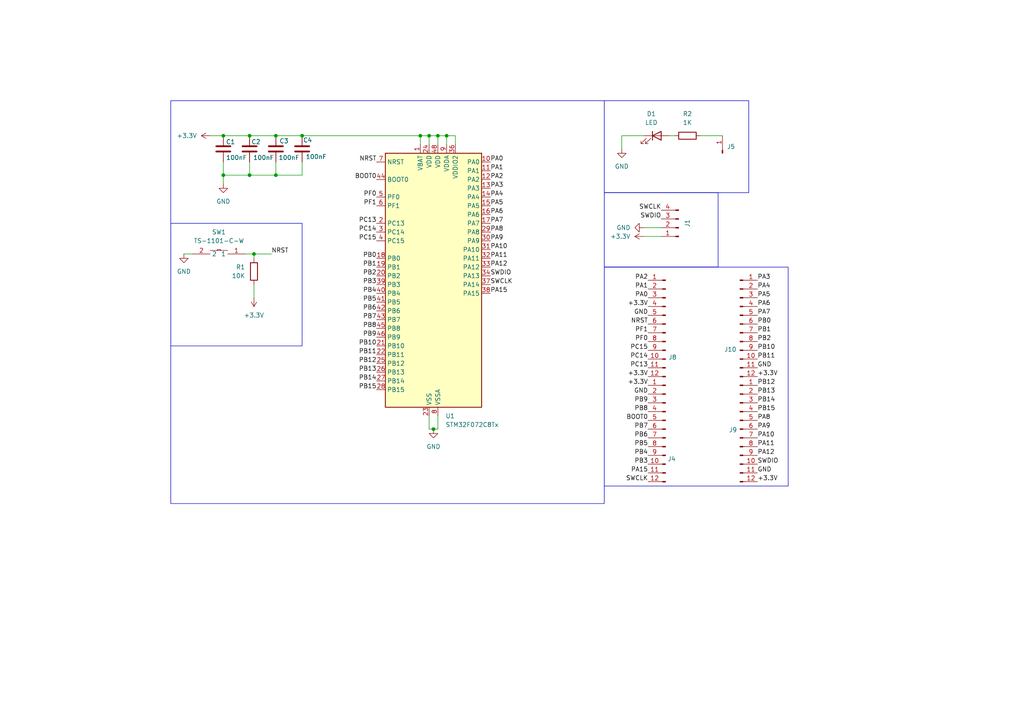
<source format=kicad_sch>
(kicad_sch (version 20231120) (generator "eeschema") (generator_version "8.0")
  (paper "A4")
  (lib_symbols
    (symbol "Connector:Conn_01x01_Pin" (pin_names (offset 1.016) hide)
      (property "Reference" "J" (at 0 2.54 0))
      (property "Value" "Conn_01x01_Pin" (at 0 -2.54 0))
      (symbol "Conn_01x01_Pin_1_1"
        (polyline (pts (xy 1.27 0) (xy 0.8636 0)) (stroke (width 0.1524)))
        (rectangle (start 0.8636 0.127) (end 0 -0.127) (stroke (width 0.1524)) (fill (type outline)))
        (pin passive line (at 5.08 0 180) (length 3.81) (name "Pin_1") (number "1"))
      )
    )
    (symbol "Connector:Conn_01x04_Pin" (pin_names (offset 1.016) hide)
      (property "Reference" "J" (at 0 5.08 0))
      (property "Value" "Conn_01x04_Pin" (at 0 -7.62 0))
      (symbol "Conn_01x04_Pin_1_1"
        (polyline (pts (xy 1.27 -5.08) (xy 0.8636 -5.08)) (stroke (width 0.1524)))
        (polyline (pts (xy 1.27 -2.54) (xy 0.8636 -2.54)) (stroke (width 0.1524)))
        (polyline (pts (xy 1.27 0) (xy 0.8636 0)) (stroke (width 0.1524)))
        (polyline (pts (xy 1.27 2.54) (xy 0.8636 2.54)) (stroke (width 0.1524)))
        (rectangle (start 0.8636 -4.953) (end 0 -5.207) (stroke (width 0.1524)) (fill (type outline)))
        (rectangle (start 0.8636 -2.413) (end 0 -2.667) (stroke (width 0.1524)) (fill (type outline)))
        (rectangle (start 0.8636 0.127) (end 0 -0.127) (stroke (width 0.1524)) (fill (type outline)))
        (rectangle (start 0.8636 2.667) (end 0 2.413) (stroke (width 0.1524)) (fill (type outline)))
        (pin passive line (at 5.08 2.54 180) (length 3.81) (name "Pin_1") (number "1"))
        (pin passive line (at 5.08 0 180) (length 3.81) (name "Pin_2") (number "2"))
        (pin passive line (at 5.08 -2.54 180) (length 3.81) (name "Pin_3") (number "3"))
        (pin passive line (at 5.08 -5.08 180) (length 3.81) (name "Pin_4") (number "4"))
      )
    )
    (symbol "Connector:Conn_01x12_Pin" (pin_names (offset 1.016) hide)
      (property "Reference" "J" (at 0 15.24 0))
      (property "Value" "Conn_01x12_Pin" (at 0 -17.78 0))
      (symbol "Conn_01x12_Pin_1_1"
        (polyline (pts (xy 1.27 -15.24) (xy 0.8636 -15.24)) (stroke (width 0.1524)))
        (polyline (pts (xy 1.27 -12.7) (xy 0.8636 -12.7)) (stroke (width 0.1524)))
        (polyline (pts (xy 1.27 -10.16) (xy 0.8636 -10.16)) (stroke (width 0.1524)))
        (polyline (pts (xy 1.27 -7.62) (xy 0.8636 -7.62)) (stroke (width 0.1524)))
        (polyline (pts (xy 1.27 -5.08) (xy 0.8636 -5.08)) (stroke (width 0.1524)))
        (polyline (pts (xy 1.27 -2.54) (xy 0.8636 -2.54)) (stroke (width 0.1524)))
        (polyline (pts (xy 1.27 0) (xy 0.8636 0)) (stroke (width 0.1524)))
        (polyline (pts (xy 1.27 2.54) (xy 0.8636 2.54)) (stroke (width 0.1524)))
        (polyline (pts (xy 1.27 5.08) (xy 0.8636 5.08)) (stroke (width 0.1524)))
        (polyline (pts (xy 1.27 7.62) (xy 0.8636 7.62)) (stroke (width 0.1524)))
        (polyline (pts (xy 1.27 10.16) (xy 0.8636 10.16)) (stroke (width 0.1524)))
        (polyline (pts (xy 1.27 12.7) (xy 0.8636 12.7)) (stroke (width 0.1524)))
        (rectangle (start 0.8636 -15.113) (end 0 -15.367) (stroke (width 0.1524)) (fill (type outline)))
        (rectangle (start 0.8636 -12.573) (end 0 -12.827) (stroke (width 0.1524)) (fill (type outline)))
        (rectangle (start 0.8636 -10.033) (end 0 -10.287) (stroke (width 0.1524)) (fill (type outline)))
        (rectangle (start 0.8636 -7.493) (end 0 -7.747) (stroke (width 0.1524)) (fill (type outline)))
        (rectangle (start 0.8636 -4.953) (end 0 -5.207) (stroke (width 0.1524)) (fill (type outline)))
        (rectangle (start 0.8636 -2.413) (end 0 -2.667) (stroke (width 0.1524)) (fill (type outline)))
        (rectangle (start 0.8636 0.127) (end 0 -0.127) (stroke (width 0.1524)) (fill (type outline)))
        (rectangle (start 0.8636 2.667) (end 0 2.413) (stroke (width 0.1524)) (fill (type outline)))
        (rectangle (start 0.8636 5.207) (end 0 4.953) (stroke (width 0.1524)) (fill (type outline)))
        (rectangle (start 0.8636 7.747) (end 0 7.493) (stroke (width 0.1524)) (fill (type outline)))
        (rectangle (start 0.8636 10.287) (end 0 10.033) (stroke (width 0.1524)) (fill (type outline)))
        (rectangle (start 0.8636 12.827) (end 0 12.573) (stroke (width 0.1524)) (fill (type outline)))
        (pin passive line (at 5.08 12.7 180) (length 3.81) (name "Pin_1") (number "1"))
        (pin passive line (at 5.08 -10.16 180) (length 3.81) (name "Pin_10") (number "10"))
        (pin passive line (at 5.08 -12.7 180) (length 3.81) (name "Pin_11") (number "11"))
        (pin passive line (at 5.08 -15.24 180) (length 3.81) (name "Pin_12") (number "12"))
        (pin passive line (at 5.08 10.16 180) (length 3.81) (name "Pin_2") (number "2"))
        (pin passive line (at 5.08 7.62 180) (length 3.81) (name "Pin_3") (number "3"))
        (pin passive line (at 5.08 5.08 180) (length 3.81) (name "Pin_4") (number "4"))
        (pin passive line (at 5.08 2.54 180) (length 3.81) (name "Pin_5") (number "5"))
        (pin passive line (at 5.08 0 180) (length 3.81) (name "Pin_6") (number "6"))
        (pin passive line (at 5.08 -2.54 180) (length 3.81) (name "Pin_7") (number "7"))
        (pin passive line (at 5.08 -5.08 180) (length 3.81) (name "Pin_8") (number "8"))
        (pin passive line (at 5.08 -7.62 180) (length 3.81) (name "Pin_9") (number "9"))
      )
    )
    (symbol "Device:C" (pin_numbers hide) (pin_names (offset 0.254))
      (property "Reference" "C" (at 0.635 2.54 0))
      (property "Value" "C" (at 0.635 -2.54 0))
      (symbol "C_0_1"
        (polyline (pts (xy -2.032 -0.762) (xy 2.032 -0.762)) (stroke (width 0.508)))
        (polyline (pts (xy -2.032 0.762) (xy 2.032 0.762)) (stroke (width 0.508)))
      )
      (symbol "C_1_1"
        (pin passive line (at 0 3.81 270) (length 2.794) (name "~") (number "1"))
        (pin passive line (at 0 -3.81 90) (length 2.794) (name "~") (number "2"))
      )
    )
    (symbol "Device:LED" (pin_numbers hide) (pin_names (offset 1.016) hide)
      (property "Reference" "D" (at 0 2.54 0))
      (property "Value" "LED" (at 0 -2.54 0))
      (symbol "LED_0_1"
        (polyline (pts (xy -1.27 -1.27) (xy -1.27 1.27)) (stroke (width 0.254)))
        (polyline (pts (xy -1.27 0) (xy 1.27 0)))
        (polyline (pts (xy 1.27 -1.27) (xy 1.27 1.27) (xy -1.27 0) (xy 1.27 -1.27)) (stroke (width 0.254)))
        (polyline (pts (xy -3.048 -0.762) (xy -4.572 -2.286) (xy -3.81 -2.286) (xy -4.572 -2.286) (xy -4.572 -1.524)))
        (polyline (pts (xy -1.778 -0.762) (xy -3.302 -2.286) (xy -2.54 -2.286) (xy -3.302 -2.286) (xy -3.302 -1.524)))
      )
      (symbol "LED_1_1"
        (pin passive line (at -3.81 0 0) (length 2.54) (name "K") (number "1"))
        (pin passive line (at 3.81 0 180) (length 2.54) (name "A") (number "2"))
      )
    )
    (symbol "Device:R" (pin_numbers hide) (pin_names (offset 0))
      (property "Reference" "R" (at 2.032 0 90))
      (property "Value" "R" (at 0 0 90))
      (symbol "R_0_1"
        (rectangle (start -1.016 -2.54) (end 1.016 2.54) (stroke (width 0.254)))
      )
      (symbol "R_1_1"
        (pin passive line (at 0 3.81 270) (length 1.27) (name "~") (number "1"))
        (pin passive line (at 0 -3.81 90) (length 1.27) (name "~") (number "2"))
      )
    )
    (symbol "MCU_ST_STM32F0:STM32F072C8Tx"
      (property "Reference" "U" (at -12.7 39.37 0))
      (property "Value" "STM32F072C8Tx" (at 10.16 39.37 0))
      (symbol "STM32F072C8Tx_0_1"
        (rectangle (start -12.7 -35.56) (end 15.24 38.1) (stroke (width 0.254)) (fill (type background)))
      )
      (symbol "STM32F072C8Tx_1_1"
        (pin power_in line (at -2.54 40.64 270) (length 2.54) (name "VBAT") (number "1"))
        (pin bidirectional line (at 17.78 35.56 180) (length 2.54) (name "PA0") (number "10"))
        (pin bidirectional line (at 17.78 33.02 180) (length 2.54) (name "PA1") (number "11"))
        (pin bidirectional line (at 17.78 30.48 180) (length 2.54) (name "PA2") (number "12"))
        (pin bidirectional line (at 17.78 27.94 180) (length 2.54) (name "PA3") (number "13"))
        (pin bidirectional line (at 17.78 25.4 180) (length 2.54) (name "PA4") (number "14"))
        (pin bidirectional line (at 17.78 22.86 180) (length 2.54) (name "PA5") (number "15"))
        (pin bidirectional line (at 17.78 20.32 180) (length 2.54) (name "PA6") (number "16"))
        (pin bidirectional line (at 17.78 17.78 180) (length 2.54) (name "PA7") (number "17"))
        (pin bidirectional line (at -15.24 7.62 0) (length 2.54) (name "PB0") (number "18"))
        (pin bidirectional line (at -15.24 5.08 0) (length 2.54) (name "PB1") (number "19"))
        (pin bidirectional line (at -15.24 17.78 0) (length 2.54) (name "PC13") (number "2"))
        (pin bidirectional line (at -15.24 2.54 0) (length 2.54) (name "PB2") (number "20"))
        (pin bidirectional line (at -15.24 -17.78 0) (length 2.54) (name "PB10") (number "21"))
        (pin bidirectional line (at -15.24 -20.32 0) (length 2.54) (name "PB11") (number "22"))
        (pin power_in line (at 0 -38.1 90) (length 2.54) (name "VSS") (number "23"))
        (pin power_in line (at 0 40.64 270) (length 2.54) (name "VDD") (number "24"))
        (pin bidirectional line (at -15.24 -22.86 0) (length 2.54) (name "PB12") (number "25"))
        (pin bidirectional line (at -15.24 -25.4 0) (length 2.54) (name "PB13") (number "26"))
        (pin bidirectional line (at -15.24 -27.94 0) (length 2.54) (name "PB14") (number "27"))
        (pin bidirectional line (at -15.24 -30.48 0) (length 2.54) (name "PB15") (number "28"))
        (pin bidirectional line (at 17.78 15.24 180) (length 2.54) (name "PA8") (number "29"))
        (pin bidirectional line (at -15.24 15.24 0) (length 2.54) (name "PC14") (number "3"))
        (pin bidirectional line (at 17.78 12.7 180) (length 2.54) (name "PA9") (number "30"))
        (pin bidirectional line (at 17.78 10.16 180) (length 2.54) (name "PA10") (number "31"))
        (pin bidirectional line (at 17.78 7.62 180) (length 2.54) (name "PA11") (number "32"))
        (pin bidirectional line (at 17.78 5.08 180) (length 2.54) (name "PA12") (number "33"))
        (pin bidirectional line (at 17.78 2.54 180) (length 2.54) (name "PA13") (number "34"))
        (pin passive line (at 0 -38.1 90) (length 2.54) hide (name "VSS") (number "35"))
        (pin power_in line (at 7.62 40.64 270) (length 2.54) (name "VDDIO2") (number "36"))
        (pin bidirectional line (at 17.78 0 180) (length 2.54) (name "PA14") (number "37"))
        (pin bidirectional line (at 17.78 -2.54 180) (length 2.54) (name "PA15") (number "38"))
        (pin bidirectional line (at -15.24 0 0) (length 2.54) (name "PB3") (number "39"))
        (pin bidirectional line (at -15.24 12.7 0) (length 2.54) (name "PC15") (number "4"))
        (pin bidirectional line (at -15.24 -2.54 0) (length 2.54) (name "PB4") (number "40"))
        (pin bidirectional line (at -15.24 -5.08 0) (length 2.54) (name "PB5") (number "41"))
        (pin bidirectional line (at -15.24 -7.62 0) (length 2.54) (name "PB6") (number "42"))
        (pin bidirectional line (at -15.24 -10.16 0) (length 2.54) (name "PB7") (number "43"))
        (pin input line (at -15.24 30.48 0) (length 2.54) (name "BOOT0") (number "44"))
        (pin bidirectional line (at -15.24 -12.7 0) (length 2.54) (name "PB8") (number "45"))
        (pin bidirectional line (at -15.24 -15.24 0) (length 2.54) (name "PB9") (number "46"))
        (pin passive line (at 0 -38.1 90) (length 2.54) hide (name "VSS") (number "47"))
        (pin power_in line (at 2.54 40.64 270) (length 2.54) (name "VDD") (number "48"))
        (pin bidirectional line (at -15.24 25.4 0) (length 2.54) (name "PF0") (number "5"))
        (pin bidirectional line (at -15.24 22.86 0) (length 2.54) (name "PF1") (number "6"))
        (pin input line (at -15.24 35.56 0) (length 2.54) (name "NRST") (number "7"))
        (pin power_in line (at 2.54 -38.1 90) (length 2.54) (name "VSSA") (number "8"))
        (pin power_in line (at 5.08 40.64 270) (length 2.54) (name "VDDA") (number "9"))
      )
    )
    (symbol "easyeda2kicad:TS-1101-C-W"
      (property "Reference" "SW" (at 0 5.08 0))
      (property "Value" "TS-1101-C-W" (at 0 -5.08 0))
      (symbol "TS-1101-C-W_0_1"
        (polyline (pts (xy -2.54 1.02) (xy 2.54 1.02)))
        (polyline (pts (xy -0.51 1.02) (xy -0.51 1.27) (xy 0.51 1.27) (xy 0.51 1.02)))
        (pin unspecified line (at -7.62 0 0) (length 5.08) (name "1") (number "1"))
        (pin unspecified line (at 7.62 0 180) (length 5.08) (name "2") (number "2"))
      )
    )
    (symbol "power:+3.3V" (power) (pin_names (offset 0))
      (property "Value" "+3.3V" (at 0 3.556 0))
      (symbol "+3.3V_0_1"
        (polyline (pts (xy -0.762 1.27) (xy 0 2.54)))
        (polyline (pts (xy 0 0) (xy 0 2.54)))
        (polyline (pts (xy 0 2.54) (xy 0.762 1.27)))
      )
      (symbol "+3.3V_1_1"
        (pin power_in line (at 0 0 90) (length 0) hide (name "+3.3V") (number "1"))
      )
    )
    (symbol "power:GND" (power) (pin_names (offset 0))
      (property "Value" "GND" (at 0 -3.81 0))
      (symbol "GND_0_1"
        (polyline (pts (xy 0 0) (xy 0 -1.27) (xy 1.27 -1.27) (xy 0 -2.54) (xy -1.27 -1.27) (xy 0 -1.27)))
      )
      (symbol "GND_1_1"
        (pin power_in line (at 0 0 270) (length 0) hide (name "GND") (number "1"))
      )
    )
  )
  (junction (at 72.39 50.8))
  (junction (at 124.46 39.37))
  (junction (at 127 39.37))
  (junction (at 73.66 73.66))
  (junction (at 125.73 124.46))
  (junction (at 64.77 50.8))
  (junction (at 80.01 39.37))
  (junction (at 129.54 39.37))
  (junction (at 87.63 39.37))
  (junction (at 121.92 39.37))
  (junction (at 72.39 39.37))
  (junction (at 80.01 50.8))
  (junction (at 64.77 39.37))
  (wire (pts (xy 186.69 66.04) (xy 191.77 66.04)))
  (wire (pts (xy 64.77 50.8) (xy 64.77 53.34)))
  (wire (pts (xy 72.39 50.8) (xy 80.01 50.8)))
  (wire (pts (xy 73.66 73.66) (xy 71.12 73.66)))
  (wire (pts (xy 124.46 120.65) (xy 124.46 124.46)))
  (wire (pts (xy 64.77 46.99) (xy 64.77 50.8)))
  (wire (pts (xy 73.66 73.66) (xy 78.74 73.66)))
  (wire (pts (xy 64.77 39.37) (xy 72.39 39.37)))
  (wire (pts (xy 73.66 82.55) (xy 73.66 86.36)))
  (wire (pts (xy 203.2 39.37) (xy 209.55 39.37)))
  (wire (pts (xy 72.39 39.37) (xy 80.01 39.37)))
  (wire (pts (xy 80.01 50.8) (xy 87.63 50.8)))
  (wire (pts (xy 186.69 39.37) (xy 180.34 39.37)))
  (wire (pts (xy 60.96 39.37) (xy 64.77 39.37)))
  (wire (pts (xy 121.92 39.37) (xy 124.46 39.37)))
  (wire (pts (xy 132.08 39.37) (xy 132.08 41.91)))
  (wire (pts (xy 124.46 124.46) (xy 125.73 124.46)))
  (wire (pts (xy 72.39 46.99) (xy 72.39 50.8)))
  (wire (pts (xy 186.69 68.58) (xy 191.77 68.58)))
  (wire (pts (xy 129.54 39.37) (xy 132.08 39.37)))
  (wire (pts (xy 127 39.37) (xy 127 41.91)))
  (wire (pts (xy 129.54 39.37) (xy 129.54 41.91)))
  (wire (pts (xy 124.46 39.37) (xy 127 39.37)))
  (wire (pts (xy 127 120.65) (xy 127 124.46)))
  (wire (pts (xy 80.01 39.37) (xy 87.63 39.37)))
  (wire (pts (xy 127 124.46) (xy 125.73 124.46)))
  (wire (pts (xy 180.34 39.37) (xy 180.34 43.18)))
  (wire (pts (xy 127 39.37) (xy 129.54 39.37)))
  (wire (pts (xy 121.92 39.37) (xy 121.92 41.91)))
  (wire (pts (xy 87.63 39.37) (xy 121.92 39.37)))
  (wire (pts (xy 194.31 39.37) (xy 195.58 39.37)))
  (wire (pts (xy 55.88 73.66) (xy 53.34 73.66)))
  (wire (pts (xy 87.63 46.99) (xy 87.63 50.8)))
  (wire (pts (xy 124.46 39.37) (xy 124.46 41.91)))
  (wire (pts (xy 80.01 46.99) (xy 80.01 50.8)))
  (wire (pts (xy 64.77 50.8) (xy 72.39 50.8)))
  (wire (pts (xy 73.66 73.66) (xy 73.66 74.93)))
  (rectangle (start 175.26 29.21) (end 217.17 55.88))
  (rectangle (start 49.53 64.77) (end 87.63 100.33))
  (rectangle (start 175.26 77.47) (end 228.6 140.97))
  (rectangle (start 49.53 29.21) (end 175.26 146.05))
  (rectangle (start 175.26 55.88) (end 208.28 77.47))
  (label "PA1" (at 187.96 83.82 180))
  (label "PB7" (at 187.96 124.46 180))
  (label "PA2" (at 142.24 52.07 0))
  (label "PB3" (at 109.22 82.55 180))
  (label "PB4" (at 109.22 85.09 180))
  (label "PA3" (at 142.24 54.61 0))
  (label "PB1" (at 219.71 96.52 0))
  (label "PB13" (at 109.22 107.95 180))
  (label "PC13" (at 187.96 106.68 180))
  (label "PA12" (at 219.71 132.08 0))
  (label "PB13" (at 219.71 114.3 0))
  (label "+3.3V" (at 219.71 109.22 0))
  (label "PB14" (at 219.71 116.84 0))
  (label "SWCLK" (at 191.77 60.96 180))
  (label "PB0" (at 219.71 93.98 0))
  (label "PC14" (at 187.96 104.14 180))
  (label "PB15" (at 219.71 119.38 0))
  (label "PA5" (at 142.24 59.69 0))
  (label "PA6" (at 142.24 62.23 0))
  (label "PB12" (at 219.71 111.76 0))
  (label "PB5" (at 109.22 87.63 180))
  (label "+3.3V" (at 187.96 88.9 180))
  (label "PB8" (at 187.96 119.38 180))
  (label "PA10" (at 142.24 72.39 0))
  (label "PB6" (at 109.22 90.17 180))
  (label "PA8" (at 219.71 121.92 0))
  (label "PA12" (at 142.24 77.47 0))
  (label "SWDIO" (at 219.71 134.62 0))
  (label "PA4" (at 142.24 57.15 0))
  (label "PB15" (at 109.22 113.03 180))
  (label "NRST" (at 78.74 73.66 0))
  (label "PC13" (at 109.22 64.77 180))
  (label "PB8" (at 109.22 95.25 180))
  (label "PB0" (at 109.22 74.93 180))
  (label "PA15" (at 187.96 137.16 180))
  (label "PA9" (at 142.24 69.85 0))
  (label "PA0" (at 142.24 46.99 0))
  (label "PB5" (at 187.96 129.54 180))
  (label "PF1" (at 187.96 96.52 180))
  (label "PB6" (at 187.96 127 180))
  (label "PA7" (at 219.71 91.44 0))
  (label "PC15" (at 187.96 101.6 180))
  (label "SWDIO" (at 142.24 80.01 0))
  (label "GND" (at 219.71 106.68 0))
  (label "PF1" (at 109.22 59.69 180))
  (label "BOOT0" (at 109.22 52.07 180))
  (label "SWCLK" (at 142.24 82.55 0))
  (label "PA6" (at 219.71 88.9 0))
  (label "PA2" (at 187.96 81.28 180))
  (label "PB9" (at 109.22 97.79 180))
  (label "PF0" (at 187.96 99.06 180))
  (label "PA5" (at 219.71 86.36 0))
  (label "PA15" (at 142.24 85.09 0))
  (label "PB10" (at 219.71 101.6 0))
  (label "NRST" (at 109.22 46.99 180))
  (label "PB10" (at 109.22 100.33 180))
  (label "PC15" (at 109.22 69.85 180))
  (label "PB7" (at 109.22 92.71 180))
  (label "PA9" (at 219.71 124.46 0))
  (label "PC14" (at 109.22 67.31 180))
  (label "PA0" (at 187.96 86.36 180))
  (label "PA11" (at 219.71 129.54 0))
  (label "SWCLK" (at 187.96 139.7 180))
  (label "GND" (at 187.96 114.3 180))
  (label "+3.3V" (at 187.96 109.22 180))
  (label "NRST" (at 187.96 93.98 180))
  (label "PB14" (at 109.22 110.49 180))
  (label "PF0" (at 109.22 57.15 180))
  (label "PB12" (at 109.22 105.41 180))
  (label "PB2" (at 219.71 99.06 0))
  (label "PA8" (at 142.24 67.31 0))
  (label "GND" (at 187.96 91.44 180))
  (label "PA3" (at 219.71 81.28 0))
  (label "PB3" (at 187.96 134.62 180))
  (label "+3.3V" (at 187.96 111.76 180))
  (label "PB9" (at 187.96 116.84 180))
  (label "BOOT0" (at 187.96 121.92 180))
  (label "GND" (at 219.71 137.16 0))
  (label "PB2" (at 109.22 80.01 180))
  (label "PB4" (at 187.96 132.08 180))
  (label "PA7" (at 142.24 64.77 0))
  (label "PA10" (at 219.71 127 0))
  (label "PB11" (at 219.71 104.14 0))
  (label "PA4" (at 219.71 83.82 0))
  (label "PB1" (at 109.22 77.47 180))
  (label "PA11" (at 142.24 74.93 0))
  (label "PB11" (at 109.22 102.87 180))
  (label "SWDIO" (at 191.77 63.5 180))
  (label "PA1" (at 142.24 49.53 0))
  (label "+3.3V" (at 219.71 139.7 0))
  (symbol (lib_id "Device:C") (at 64.77 43.18 0) (unit 1)
    (property "Reference" "C1" (at 65.532 41.148 0) (effects (justify left)))
    (property "Value" "100nF" (at 65.532 45.72 0) (effects (justify left)))
    (property "Footprint" "Capacitor_SMD:C_0805_2012Metric" (effects (hide yes)))
    (property "Description" "Unpolarized capacitor" (effects (hide yes)))
  )
  (symbol (lib_id "power:GND") (at 64.77 53.34 0) (unit 1)
    (property "Reference" "#PWR04" (effects (hide yes)))
    (property "Value" "GND" (at 64.77 58.42 0))
    (property "Description" "Power symbol creates a global label with name \"GND\" , ground" (effects (hide yes)))
  )
  (symbol (lib_id "easyeda2kicad:TS-1101-C-W") (at 63.5 73.66 0) (mirror y) (unit 1)
    (property "Reference" "SW1" (at 63.5 67.31 0))
    (property "Value" "TS-1101-C-W" (at 63.5 69.85 0))
    (property "Footprint" "easyeda2kicad:SW-SMD_L6.0-W3.3-LS8.0" (effects (hide yes)))
    (property "LCSC Part" "C318938" (effects (hide yes)))
  )
  (symbol (lib_id "MCU_ST_STM32F0:STM32F072C8Tx") (at 124.46 82.55 0) (unit 1)
    (property "Reference" "U1" (at 129.1941 120.65 0) (effects (justify left)))
    (property "Value" "STM32F072C8Tx" (at 129.1941 123.19 0) (effects (justify left)))
    (property "Footprint" "Package_QFP:LQFP-48_7x7mm_P0.5mm" (effects (hide yes)))
    (property "Datasheet" "https://www.st.com/resource/en/datasheet/stm32f072c8.pdf" (effects (hide yes)))
    (property "Description" "STMicroelectronics Arm Cortex-M0 MCU, 64KB flash, 16KB RAM, 48 MHz, 2.0-3.6V, 37 GPIO, LQFP48" (effects (hide yes)))
  )
  (symbol (lib_id "Connector:Conn_01x01_Pin") (at 209.55 44.45 90) (unit 1)
    (property "Reference" "J5" (at 210.82 42.5449 90) (effects (justify right)))
    (property "Value" "Conn_01x01_Pin" (effects (hide yes)))
    (property "Footprint" "Connector_PinHeader_2.54mm:PinHeader_1x01_P2.54mm_Vertical" (effects (hide yes)))
    (property "Description" "Generic connector, single row, 01x01, script generated" (effects (hide yes)))
  )
  (symbol (lib_id "power:GND") (at 53.34 73.66 0) (mirror y) (unit 1)
    (property "Reference" "#PWR06" (effects (hide yes)))
    (property "Value" "GND" (at 53.34 78.74 0))
    (property "Description" "Power symbol creates a global label with name \"GND\" , ground" (effects (hide yes)))
  )
  (symbol (lib_id "power:+3.3V") (at 186.69 68.58 90) (unit 1)
    (property "Reference" "#PWR02" (effects (hide yes)))
    (property "Value" "+3.3V" (at 182.88 68.5799 90) (effects (justify left)))
    (property "Description" "Power symbol creates a global label with name \"+3.3V\"" (effects (hide yes)))
  )
  (symbol (lib_id "Device:R") (at 73.66 78.74 0) (mirror y) (unit 1)
    (property "Reference" "R1" (at 71.12 77.4699 0) (effects (justify left)))
    (property "Value" "10K" (at 71.12 80.0099 0) (effects (justify left)))
    (property "Footprint" "Resistor_SMD:R_0603_1608Metric" (effects (hide yes)))
    (property "Description" "Resistor" (effects (hide yes)))
  )
  (symbol (lib_id "Device:LED") (at 190.5 39.37 0) (unit 1)
    (property "Reference" "D1" (at 188.9125 33.02 0))
    (property "Value" "LED" (at 188.9125 35.56 0))
    (property "Footprint" "LED_SMD:LED_0603_1608Metric" (effects (hide yes)))
    (property "Description" "Light emitting diode" (effects (hide yes)))
  )
  (symbol (lib_id "Device:C") (at 87.63 43.18 0) (unit 1)
    (property "Reference" "C4" (at 87.884 40.64 0) (effects (justify left)))
    (property "Value" "100nF" (at 88.646 45.466 0) (effects (justify left)))
    (property "Footprint" "Capacitor_SMD:C_0805_2012Metric" (effects (hide yes)))
    (property "Description" "Unpolarized capacitor" (effects (hide yes)))
  )
  (symbol (lib_id "power:GND") (at 125.73 124.46 0) (unit 1)
    (property "Reference" "#PWR05" (effects (hide yes)))
    (property "Value" "GND" (at 125.73 129.54 0))
    (property "Description" "Power symbol creates a global label with name \"GND\" , ground" (effects (hide yes)))
  )
  (symbol (lib_id "power:+3.3V") (at 60.96 39.37 90) (unit 1)
    (property "Reference" "#PWR03" (effects (hide yes)))
    (property "Value" "+3.3V" (at 57.15 39.3699 90) (effects (justify left)))
    (property "Description" "Power symbol creates a global label with name \"+3.3V\"" (effects (hide yes)))
  )
  (symbol (lib_id "power:GND") (at 180.34 43.18 0) (unit 1)
    (property "Reference" "#PWR09" (effects (hide yes)))
    (property "Value" "GND" (at 180.34 48.26 0))
    (property "Description" "Power symbol creates a global label with name \"GND\" , ground" (effects (hide yes)))
  )
  (symbol (lib_id "Connector:Conn_01x12_Pin") (at 214.63 93.98 0) (unit 1)
    (property "Reference" "J10" (at 211.836 101.346 0))
    (property "Value" "Conn_01x12_Pin" (effects (hide yes)))
    (property "Footprint" "Connector_PinHeader_2.54mm:PinHeader_1x12_P2.54mm_Vertical" (effects (hide yes)))
    (property "Description" "Generic connector, single row, 01x12, script generated" (effects (hide yes)))
  )
  (symbol (lib_id "Device:R") (at 199.39 39.37 90) (unit 1)
    (property "Reference" "R2" (at 199.39 33.02 90))
    (property "Value" "1K" (at 199.39 35.56 90))
    (property "Footprint" "Resistor_SMD:R_0603_1608Metric" (effects (hide yes)))
    (property "Description" "Resistor" (effects (hide yes)))
  )
  (symbol (lib_id "power:+3.3V") (at 73.66 86.36 0) (mirror x) (unit 1)
    (property "Reference" "#PWR07" (effects (hide yes)))
    (property "Value" "+3.3V" (at 73.66 91.44 0))
    (property "Description" "Power symbol creates a global label with name \"+3.3V\"" (effects (hide yes)))
  )
  (symbol (lib_id "Device:C") (at 80.01 43.18 0) (unit 1)
    (property "Reference" "C3" (at 81.026 40.894 0) (effects (justify left)))
    (property "Value" "100nF" (at 80.772 45.72 0) (effects (justify left)))
    (property "Footprint" "Capacitor_SMD:C_0805_2012Metric" (effects (hide yes)))
    (property "Description" "Unpolarized capacitor" (effects (hide yes)))
  )
  (symbol (lib_id "power:GND") (at 186.69 66.04 270) (unit 1)
    (property "Reference" "#PWR01" (effects (hide yes)))
    (property "Value" "GND" (at 182.88 66.0399 90) (effects (justify right)))
    (property "Description" "Power symbol creates a global label with name \"GND\" , ground" (effects (hide yes)))
  )
  (symbol (lib_id "Connector:Conn_01x12_Pin") (at 214.63 124.46 0) (unit 1)
    (property "Reference" "J9" (at 212.598 124.714 0))
    (property "Value" "Conn_01x12_Pin" (effects (hide yes)))
    (property "Footprint" "Connector_PinHeader_2.54mm:PinHeader_1x12_P2.54mm_Vertical" (effects (hide yes)))
    (property "Description" "Generic connector, single row, 01x12, script generated" (effects (hide yes)))
  )
  (symbol (lib_id "Connector:Conn_01x04_Pin") (at 196.85 66.04 180) (unit 1)
    (property "Reference" "J1" (at 199.39 64.77 90))
    (property "Value" "Conn_01x04_Pin" (effects (hide yes)))
    (property "Footprint" "Connector_PinHeader_2.54mm:PinHeader_1x04_P2.54mm_Vertical" (effects (hide yes)))
    (property "Description" "Generic connector, single row, 01x04, script generated" (effects (hide yes)))
  )
  (symbol (lib_id "Device:C") (at 72.39 43.18 0) (unit 1)
    (property "Reference" "C2" (at 72.898 41.148 0) (effects (justify left)))
    (property "Value" "100nF" (at 73.406 45.72 0) (effects (justify left)))
    (property "Footprint" "Capacitor_SMD:C_0805_2012Metric" (effects (hide yes)))
    (property "Description" "Unpolarized capacitor" (effects (hide yes)))
  )
  (symbol (lib_id "Connector:Conn_01x12_Pin") (at 193.04 93.98 0) (mirror y) (unit 1)
    (property "Reference" "J8" (at 195.072 103.632 0))
    (property "Value" "Conn_01x12_Pin" (effects (hide yes)))
    (property "Footprint" "Connector_PinHeader_2.54mm:PinHeader_1x12_P2.54mm_Vertical" (effects (hide yes)))
    (property "Description" "Generic connector, single row, 01x12, script generated" (effects (hide yes)))
  )
  (symbol (lib_id "Connector:Conn_01x12_Pin") (at 193.04 124.46 0) (mirror y) (unit 1)
    (property "Reference" "J4" (at 194.818 133.096 0))
    (property "Value" "Conn_01x12_Pin" (effects (hide yes)))
    (property "Footprint" "Connector_PinHeader_2.54mm:PinHeader_1x12_P2.54mm_Vertical" (effects (hide yes)))
    (property "Description" "Generic connector, single row, 01x12, script generated" (effects (hide yes)))
  )
)
</source>
